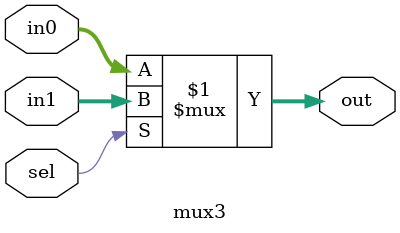
<source format=v>
module  mux3(
in0,
in1, 
sel,
out      
);
input wire [2:0] in0;
input wire [2:0] in1;
input wire sel;

output wire [2:0] out;

assign out = (sel) ? in1 : in0;
endmodule

</source>
